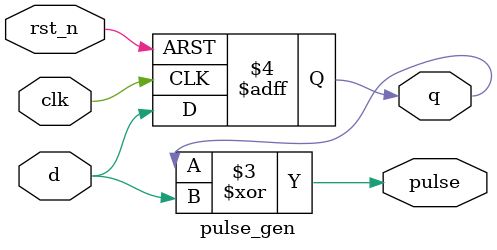
<source format=sv>
module pulse_gen (
    input logic clk, 
    input logic rst_n,
    input logic d,
    output logic pulse,
    output logic q
);

always_ff @(posedge clk or negedge rst_n)
    if (!rst_n)
        q <= '0;
    else 
        q <= d;

assign pulse = q ^ d;

endmodule
</source>
